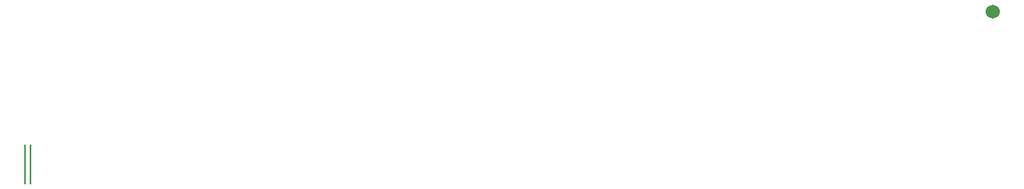
<source format=gbr>
G04 #@! TF.FileFunction,Paste,Bot*
%FSLAX46Y46*%
G04 Gerber Fmt 4.6, Leading zero omitted, Abs format (unit mm)*
G04 Created by KiCad (PCBNEW 4.0.6-e0-6349~53~ubuntu14.04.1) date Thu Apr  6 14:07:17 2017*
%MOMM*%
%LPD*%
G01*
G04 APERTURE LIST*
%ADD10C,0.100000*%
%ADD11C,0.152400*%
%ADD12C,1.524000*%
G04 APERTURE END LIST*
D10*
D11*
X54325000Y-118050000D02*
X54325000Y-113750000D01*
X54950000Y-113750000D02*
X54950000Y-118050000D01*
D12*
X159100000Y-99300000D03*
M02*

</source>
